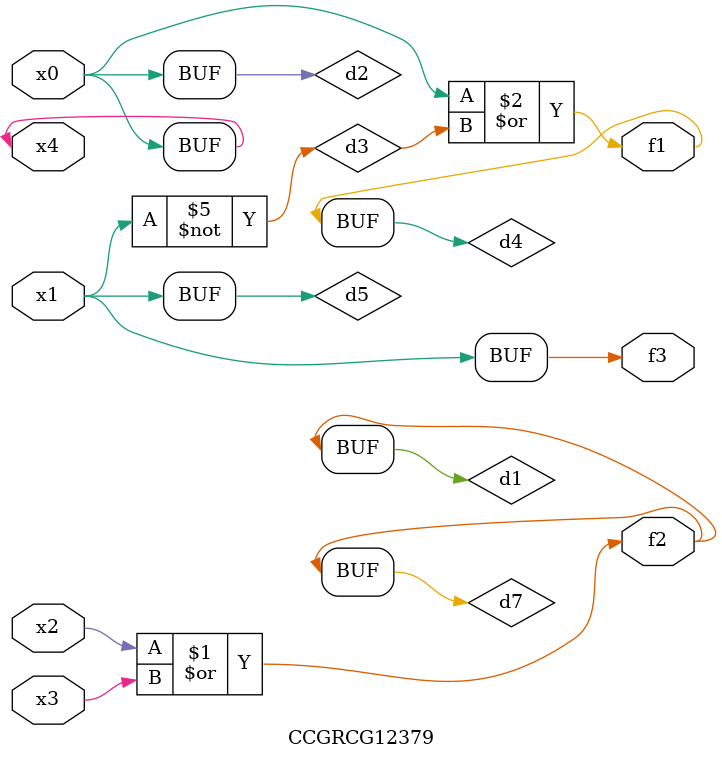
<source format=v>
module CCGRCG12379(
	input x0, x1, x2, x3, x4,
	output f1, f2, f3
);

	wire d1, d2, d3, d4, d5, d6, d7;

	or (d1, x2, x3);
	buf (d2, x0, x4);
	not (d3, x1);
	or (d4, d2, d3);
	not (d5, d3);
	nand (d6, d1, d3);
	or (d7, d1);
	assign f1 = d4;
	assign f2 = d7;
	assign f3 = d5;
endmodule

</source>
